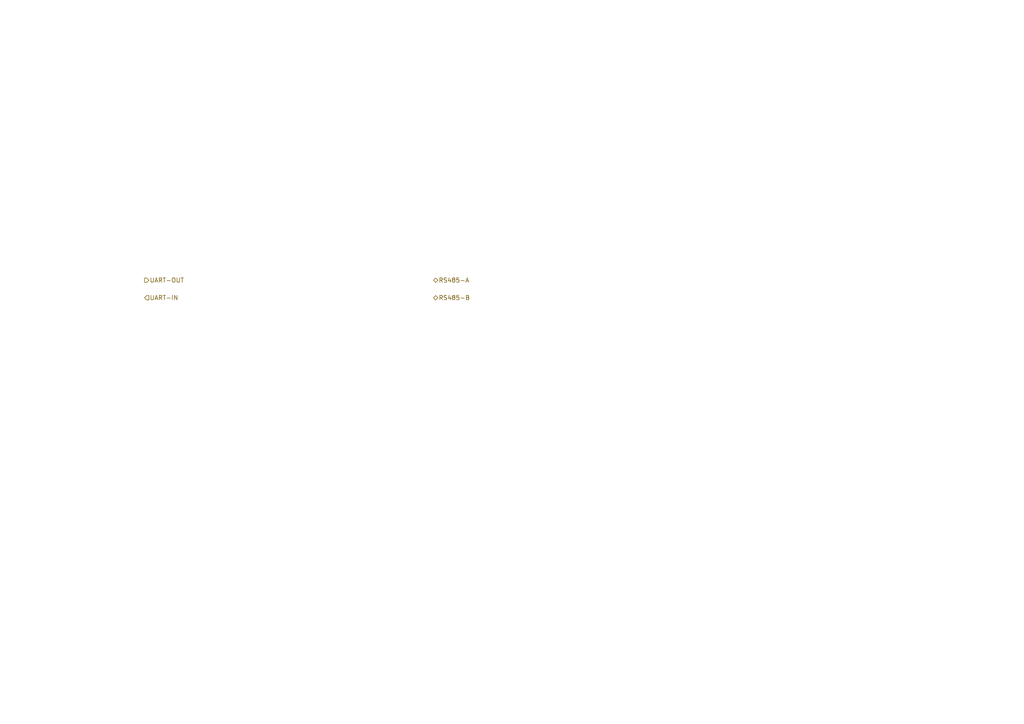
<source format=kicad_sch>
(kicad_sch
	(version 20250114)
	(generator "eeschema")
	(generator_version "9.0")
	(uuid "12e67d85-e3c9-40ec-8386-457ef805055b")
	(paper "A4")
	(lib_symbols)
	(hierarchical_label "RS485-A"
		(shape bidirectional)
		(at 125.73 81.28 0)
		(effects
			(font
				(size 1.27 1.27)
			)
			(justify left)
		)
		(uuid "990d8cd7-98e4-445d-9d7e-ae6653de798d")
	)
	(hierarchical_label "UART-OUT"
		(shape output)
		(at 41.91 81.28 0)
		(effects
			(font
				(size 1.27 1.27)
			)
			(justify left)
		)
		(uuid "ba1cd1db-c23a-4827-9b34-dab8bb2afe96")
	)
	(hierarchical_label "RS485-B"
		(shape bidirectional)
		(at 125.73 86.36 0)
		(effects
			(font
				(size 1.27 1.27)
			)
			(justify left)
		)
		(uuid "e4b97499-0267-4483-9833-bd56b9f1f713")
	)
	(hierarchical_label "UART-IN"
		(shape input)
		(at 41.91 86.36 0)
		(effects
			(font
				(size 1.27 1.27)
			)
			(justify left)
		)
		(uuid "fec320e4-6664-4f16-92a0-0025afd0baf1")
	)
)

</source>
